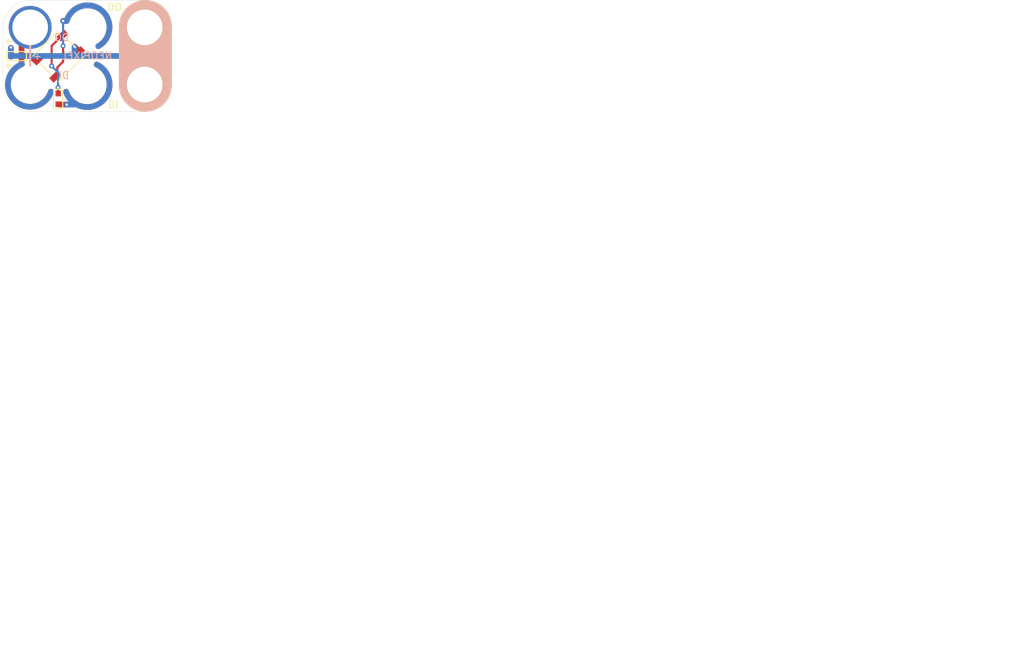
<source format=kicad_pcb>
(kicad_pcb (version 4) (host pcbnew 4.0.7-e2-6376~58~ubuntu16.04.1)

  (general
    (links 0)
    (no_connects 0)
    (area 0 0 0 0)
    (thickness 1.6)
    (drawings 1)
    (tracks 0)
    (zones 0)
    (modules 1)
    (nets 1)
  )

  (page USLetter)
  (title_block
    (title "2x3 LED RGB Neopixel Module")
    (date "14 May 2018")
    (rev "v1.1")
    (company "All rights reserved.")
    (comment 1 "help@browndoggadgets.com")
    (comment 2 "http://browndoggadgets.com/")
    (comment 3 "Brown Dog Gadgets")
  )

  (layers
    (0 F.Cu signal)
    (31 B.Cu signal)
    (34 B.Paste user)
    (35 F.Paste user)
    (36 B.SilkS user)
    (37 F.SilkS user)
    (38 B.Mask user)
    (39 F.Mask user)
    (40 Dwgs.User user)
    (44 Edge.Cuts user)
    (46 B.CrtYd user)
    (47 F.CrtYd user)
    (48 B.Fab user)
    (49 F.Fab user)
  )

  (setup
    (last_trace_width 0.254)
    (user_trace_width 0.1524)
    (user_trace_width 0.254)
    (user_trace_width 0.3302)
    (user_trace_width 0.508)
    (user_trace_width 0.762)
    (user_trace_width 1.27)
    (trace_clearance 0.254)
    (zone_clearance 0.508)
    (zone_45_only no)
    (trace_min 0.1524)
    (segment_width 0.1524)
    (edge_width 0.1524)
    (via_size 0.6858)
    (via_drill 0.3302)
    (via_min_size 0.6858)
    (via_min_drill 0.3302)
    (user_via 0.6858 0.3302)
    (user_via 0.762 0.4064)
    (user_via 0.8636 0.508)
    (uvia_size 0.6858)
    (uvia_drill 0.3302)
    (uvias_allowed no)
    (uvia_min_size 0)
    (uvia_min_drill 0)
    (pcb_text_width 0.1524)
    (pcb_text_size 1.016 1.016)
    (mod_edge_width 0.1524)
    (mod_text_size 1.016 1.016)
    (mod_text_width 0.1524)
    (pad_size 1.524 1.524)
    (pad_drill 0.762)
    (pad_to_mask_clearance 0.0762)
    (solder_mask_min_width 0.1016)
    (pad_to_paste_clearance -0.0762)
    (aux_axis_origin 0 0)
    (visible_elements FFFEDF7D)
    (pcbplotparams
      (layerselection 0x310fc_80000001)
      (usegerberextensions true)
      (excludeedgelayer true)
      (linewidth 0.100000)
      (plotframeref false)
      (viasonmask false)
      (mode 1)
      (useauxorigin false)
      (hpglpennumber 1)
      (hpglpenspeed 20)
      (hpglpendiameter 15)
      (hpglpenoverlay 2)
      (psnegative false)
      (psa4output false)
      (plotreference true)
      (plotvalue true)
      (plotinvisibletext false)
      (padsonsilk false)
      (subtractmaskfromsilk false)
      (outputformat 1)
      (mirror false)
      (drillshape 0)
      (scaleselection 1)
      (outputdirectory gerbers))
  )

  (net 0 "")

  (net_class Default "This is the default net class."
    (clearance 0.254)
    (trace_width 0.254)
    (via_dia 0.6858)
    (via_drill 0.3302)
    (uvia_dia 0.6858)
    (uvia_drill 0.3302)
  )

  (module Crazy_Circuits:LED-RGB-5050-NEOPIXEL-ROTATED-2x3 (layer F.Cu) (tedit 5AF9B113) (tstamp 5AFAF39E)
    (at 3.707954 38.055584)
    (descr "2.54mm pitch through hole centered 2x2")
    (path /57C8DCCA)
    (fp_text reference LED1 (at 3.967678 -4.063388 45) (layer F.Fab)
      (effects (font (size 1 1) (thickness 0.15)))
    )
    (fp_text value WS2812B (at 5.7 -12.8) (layer F.Fab) hide
      (effects (font (size 1 1) (thickness 0.15)))
    )
    (fp_line (start 4.3 -6.7) (end 3 -5.4) (layer F.Cu) (width 0.3))
    (fp_line (start -0.1 -3.6) (end 0.2 -3.9) (layer F.Fab) (width 0.15))
    (fp_line (start 3.7 0.1) (end -0.1 -3.6) (layer F.Fab) (width 0.15))
    (fp_line (start 7.3 -3.5) (end 3.7 0.1) (layer F.Fab) (width 0.15))
    (fp_line (start 7.3 -5) (end 7.3 -3.5) (layer F.Fab) (width 0.15))
    (fp_line (start 4.3 -8) (end 7.3 -5) (layer F.Fab) (width 0.15))
    (fp_line (start 0.2 -3.9) (end 4.3 -8) (layer F.Fab) (width 0.15))
    (fp_text user C1 (at -1.8 -3.95) (layer F.Fab)
      (effects (font (size 1 1) (thickness 0.15)))
    )
    (fp_text user DI (at 11.6 2.8) (layer F.SilkS)
      (effects (font (size 1 1) (thickness 0.15)))
    )
    (fp_text user Mark (at 8.6 0.75 180) (layer F.Fab)
      (effects (font (size 1 1) (thickness 0.15)))
    )
    (fp_text user Polarity (at 8.6 -0.8 180) (layer F.Fab)
      (effects (font (size 1 1) (thickness 0.15)))
    )
    (fp_text user 1 (at 1.3 -3.7) (layer F.Fab)
      (effects (font (size 1 1) (thickness 0.15)))
    )
    (fp_line (start 15.9 -11.8) (end 0.1 -11.8) (layer Edge.Cuts) (width 0.04064))
    (fp_line (start 15.9 3.8) (end 0.1 3.8) (layer Edge.Cuts) (width 0.04064))
    (fp_line (start 19.8 -0.1) (end 19.8 -7.9) (layer Edge.Cuts) (width 0.04064))
    (fp_line (start -3.8 -0.1) (end -3.8 -7.9) (layer Edge.Cuts) (width 0.04064))
    (fp_arc (start 15.9 -7.9) (end 15.9 -11.8) (angle 90) (layer Edge.Cuts) (width 0.04064))
    (fp_arc (start 15.9 -0.1) (end 19.8 -0.1) (angle 90) (layer Edge.Cuts) (width 0.04064))
    (fp_arc (start 0.1 -0.1) (end 0.1 3.8) (angle 90) (layer Edge.Cuts) (width 0.04064))
    (fp_arc (start 0.1 -7.9) (end -3.8 -7.9) (angle 90) (layer Edge.Cuts) (width 0.04064))
    (fp_line (start 16 -11.8) (end 0.1 -11.8) (layer F.Fab) (width 0.04064))
    (fp_line (start 16 3.8) (end 0.1 3.8) (layer F.Fab) (width 0.04064))
    (fp_line (start 19.8 -0.1) (end 19.8 -7.9) (layer F.Fab) (width 0.04064))
    (fp_line (start -3.8 -0.1) (end -3.8 -7.9) (layer F.Fab) (width 0.04064))
    (fp_arc (start 15.9 -7.9) (end 15.9 -11.8) (angle 90) (layer F.Fab) (width 0.04064))
    (fp_arc (start 15.9 -0.1) (end 19.8 -0.1) (angle 90) (layer F.Fab) (width 0.04064))
    (fp_arc (start 0.1 -0.1) (end 0.1 3.8) (angle 90) (layer F.Fab) (width 0.04064))
    (fp_arc (start 0.1 -7.9) (end -3.8 -7.9) (angle 90) (layer F.Fab) (width 0.04064))
    (fp_line (start -0.528 -3.34) (end -0.528 -4.61) (layer F.SilkS) (width 0.1524))
    (fp_line (start -3.2585 -3.34) (end -3.2585 -4.61) (layer F.SilkS) (width 0.1524))
    (fp_text user NEOPIXEL (at 7.9 -4.019584 180) (layer B.SilkS)
      (effects (font (size 1 1) (thickness 0.15)) (justify mirror))
    )
    (fp_line (start -0.475 -3.225) (end -3.375 -3.225) (layer F.Fab) (width 0.05))
    (fp_line (start -0.475 -4.725) (end -3.375 -4.725) (layer F.CrtYd) (width 0.05))
    (fp_line (start -0.475 -3.225) (end -0.475 -4.725) (layer F.CrtYd) (width 0.05))
    (fp_line (start -3.375 -3.225) (end -3.375 -4.725) (layer F.CrtYd) (width 0.05))
    (fp_line (start -0.528 -3.34) (end -3.2585 -3.34) (layer F.SilkS) (width 0.15))
    (fp_line (start -3.2585 -4.61) (end -0.528 -4.61) (layer F.SilkS) (width 0.15))
    (fp_line (start -0.475 -3.225) (end -3.375 -3.225) (layer F.CrtYd) (width 0.05))
    (fp_line (start -0.475 -3.225) (end -0.475 -4.725) (layer F.Fab) (width 0.05))
    (fp_line (start -3.375 -3.225) (end -3.375 -4.725) (layer F.Fab) (width 0.05))
    (fp_line (start -0.475 -4.725) (end -3.375 -4.725) (layer F.Fab) (width 0.05))
    (fp_text user %R (at 6.4 -12.8) (layer F.SilkS) hide
      (effects (font (size 1 1) (thickness 0.15)))
    )
    (fp_line (start 6.374669 -5.142433) (end 5.117433 -6.399669) (layer F.SilkS) (width 0.1524))
    (fp_line (start 0.357898 -3.975) (end 3.860197 -7.4773) (layer F.SilkS) (width 0.1524))
    (fp_line (start 7.542102 -3.975) (end 3.95 -0.382898) (layer F.SilkS) (width 0.1524))
    (fp_line (start 2.782567 -1.550331) (end 1.525331 -2.807567) (layer F.SilkS) (width 0.1524))
    (fp_line (start 9.9 -1.7) (end 8 -3.6) (layer F.Fab) (width 0.1))
    (fp_line (start 16.1 -8.125) (end 16.1 0.1) (layer F.SilkS) (width 7.4))
    (fp_text user + (at -3.1 -6.1) (layer F.SilkS)
      (effects (font (size 1 1) (thickness 0.15)))
    )
    (fp_line (start 3.165584 0.550046) (end 4.665584 0.550046) (layer F.Fab) (width 0.05))
    (fp_line (start 3.165584 3.450046) (end 4.665584 3.450046) (layer F.Fab) (width 0.05))
    (fp_line (start 4.665584 3.450046) (end 4.665584 0.550046) (layer F.Fab) (width 0.05))
    (fp_line (start 3.280584 3.397046) (end 3.280584 0.666546) (layer F.SilkS) (width 0.15))
    (fp_line (start 3.280584 3.397046) (end 4.550584 3.397046) (layer F.SilkS) (width 0.1524))
    (fp_line (start 3.280584 0.666546) (end 4.550584 0.666546) (layer F.SilkS) (width 0.1524))
    (fp_line (start 4.550584 0.666546) (end 4.550584 3.397046) (layer F.SilkS) (width 0.15))
    (fp_line (start 4.665584 3.450046) (end 4.665584 0.550046) (layer F.CrtYd) (width 0.05))
    (fp_line (start 3.165584 3.450046) (end 4.665584 3.450046) (layer F.CrtYd) (width 0.05))
    (fp_line (start 3.165584 0.550046) (end 4.665584 0.550046) (layer F.CrtYd) (width 0.05))
    (fp_text user R1 (at 4.015584 2.000046 90) (layer F.Fab)
      (effects (font (size 1 1) (thickness 0.15)))
    )
    (fp_line (start 3.165584 3.450046) (end 3.165584 0.550046) (layer F.Fab) (width 0.05))
    (fp_line (start 3.165584 3.450046) (end 3.165584 0.550046) (layer F.CrtYd) (width 0.05))
    (fp_arc (start 7.975 0.025) (end 9.3 -2.8) (angle 226.7266035) (layer F.Mask) (width 0.8))
    (fp_arc (start 7.975 0.025) (end 9.3 -2.8) (angle 226.7266035) (layer F.Cu) (width 0.8))
    (fp_arc (start 7.975 0.025) (end 9.3 -2.8) (angle 226.7266035) (layer B.Mask) (width 0.8))
    (fp_arc (start 7.975 0.025) (end 9.3 -2.8) (angle 226.7266035) (layer B.Cu) (width 0.8))
    (fp_line (start -1.2 -4) (end -0.1 -4) (layer F.Cu) (width 0.8))
    (fp_line (start 0.8 -3.3) (end 0 -4) (layer F.Cu) (width 0.8))
    (fp_line (start 3.9 -1.7) (end 3.9 0.4) (layer B.Cu) (width 0.3))
    (fp_line (start 3.9 1.3) (end 3.9 0.4) (layer F.Cu) (width 0.3))
    (fp_line (start 3.8 -2.4) (end 3.8 -1.5) (layer F.Cu) (width 0.3))
    (fp_line (start 3.8 -2.4) (end 4.6 -3.2) (layer F.Cu) (width 0.3))
    (fp_line (start 4.6 -5.4) (end 4.6 -8.9) (layer B.Cu) (width 0.3))
    (fp_line (start 4.6 -8.9) (end 5.1 -8.9) (layer F.Cu) (width 0.8))
    (fp_line (start 4.6 -8.9) (end 5.1 -8.9) (layer B.Cu) (width 0.8))
    (fp_line (start -2.7 -3.9) (end -2.7 -5.1) (layer F.Cu) (width 0.8))
    (fp_line (start 3.9 -1.7) (end 3 -2.6) (layer B.Cu) (width 0.3))
    (fp_line (start 4.6 -3.2) (end 4.6 -5.4) (layer F.Cu) (width 0.3))
    (fp_line (start 3 -2.6) (end 3 -5.4) (layer F.Cu) (width 0.3))
    (fp_line (start 16.1 -4) (end -2.7 -4) (layer B.Cu) (width 0.8))
    (fp_text user DO (at 4.4 -6.6) (layer B.SilkS)
      (effects (font (size 1 1) (thickness 0.15)) (justify mirror))
    )
    (fp_line (start -2.7 -3.9) (end -2.7 -5.1) (layer B.Cu) (width 0.8))
    (fp_arc (start 8.025 -8.025) (end 5.1 -8.9) (angle 224.013903) (layer F.Mask) (width 0.8))
    (fp_arc (start 8.025 -8.025) (end 5.1 -8.9) (angle 224.0093824) (layer F.Cu) (width 0.8))
    (fp_arc (start 8.025 -8.025) (end 5.1 -8.9) (angle 224.0093405) (layer B.Mask) (width 0.8))
    (fp_arc (start 8.025 -8.025) (end 5.1 -8.9) (angle 224.009408) (layer B.Cu) (width 0.8))
    (fp_line (start 4.1 2.8) (end 6.5 2.8) (layer F.Cu) (width 0.8))
    (fp_line (start 5.1 2.8) (end 6.5 2.8) (layer B.Cu) (width 0.8))
    (fp_arc (start -0.025 0.025) (end 2.9 1) (angle 230.0360138) (layer F.Mask) (width 0.8))
    (fp_arc (start -0.025 0.025) (end 2.9 1) (angle 230.0360311) (layer F.Cu) (width 0.8))
    (fp_arc (start -0.025 0.025) (end 2.9 1) (angle 228.9812189) (layer B.Mask) (width 0.8))
    (fp_arc (start -0.025 0.025) (end 2.9 1) (angle 230.0360311) (layer B.Cu) (width 0.8))
    (fp_text user + (at -3.1 -2.7) (layer F.SilkS)
      (effects (font (size 1 1) (thickness 0.15)))
    )
    (fp_line (start 16.1 -8.125) (end 16.1 0.1) (layer B.SilkS) (width 7.4))
    (fp_line (start 16.1 -0.1) (end 16.1 -8.2) (layer B.Cu) (width 0.8))
    (fp_line (start -1.2 -2.9) (end -1.2 -6.6) (layer F.Cu) (width 0.8))
    (fp_line (start 6.9 -4.6) (end 6.2 -5.3) (layer F.Cu) (width 0.8))
    (fp_text user DO (at 11.8 -10.8) (layer F.SilkS)
      (effects (font (size 1 1) (thickness 0.15)))
    )
    (fp_text user DI (at 4.7 -1.3) (layer B.SilkS)
      (effects (font (size 1 1) (thickness 0.15)) (justify mirror))
    )
    (fp_line (start 6.2 -4) (end 6.2 -5.2) (layer B.Cu) (width 0.8))
    (fp_text user + (at 1 -4) (layer B.SilkS)
      (effects (font (size 1 1) (thickness 0.15)) (justify mirror))
    )
    (fp_line (start 0 -2.1) (end 0 -5.6) (layer B.SilkS) (width 0.3))
    (pad "" np_thru_hole circle (at 8 0) (size 4.98 4.98) (drill 4.98) (layers *.Cu))
    (pad VCC thru_hole circle (at 0 -8) (size 6 6) (drill 4.98) (layers *.Cu *.Mask))
    (pad "" np_thru_hole circle (at 0 0) (size 4.98 4.98) (drill 4.98) (layers *.Cu))
    (pad VCC smd rect (at -1.175 -3.975 180) (size 0.8 0.75) (layers F.Cu F.Paste F.Mask))
    (pad GND smd rect (at -2.675 -3.975 180) (size 0.8 0.75) (layers F.Cu F.Paste F.Mask))
    (pad VCC smd rect (at 1.1 -3.5 225) (size 1.4986 0.889) (layers F.Cu F.Paste F.Mask))
    (pad DOUT smd rect (at 3.5 -1.1 225) (size 1.4986 0.889) (layers F.Cu F.Paste F.Mask))
    (pad GND smd rect (at 6.841642 -4.531776 225) (size 1.4986 0.889) (layers F.Cu F.Paste F.Mask))
    (pad DIN smd rect (at 4.506776 -6.866642 225) (size 1.4986 0.889) (layers F.Cu F.Paste F.Mask))
    (pad DIN2 smd rect (at 3.915584 2.750046 90) (size 0.8 0.75) (layers F.Cu F.Paste F.Mask))
    (pad DIN smd rect (at 3.915584 1.250046 90) (size 0.8 0.75) (layers F.Cu F.Paste F.Mask))
    (pad "" np_thru_hole circle (at 8 -8) (size 4.98 4.98) (drill 4.98) (layers *.Cu))
    (pad DIN thru_hole circle (at 3 -2.6) (size 0.6858 0.6858) (drill 0.3302) (layers *.Cu))
    (pad DIN thru_hole circle (at 3.9 0.4 270) (size 0.6858 0.6858) (drill 0.3302) (layers *.Cu))
    (pad DOUT thru_hole circle (at 4.6 -5.4) (size 0.6858 0.6858) (drill 0.3302) (layers *.Cu))
    (pad DOUT thru_hole circle (at 4.6 -8.9) (size 0.6858 0.6858) (drill 0.3302) (layers *.Cu))
    (pad GND thru_hole circle (at -2.7 -5.2) (size 0.6858 0.6858) (drill 0.3302) (layers *.Cu))
    (pad GND thru_hole circle (at 16 0) (size 6 6) (drill 4.98) (layers *.Cu *.Mask))
    (pad GND thru_hole circle (at 16 -8) (size 6 6) (drill 4.98) (layers *.Cu *.Mask))
    (pad DIN2 thru_hole circle (at 5.1 2.8 270) (size 0.6858 0.6858) (drill 0.3302) (layers *.Cu))
    (pad GND thru_hole circle (at 6.2 -5.3) (size 0.6858 0.6858) (drill 0.3302) (layers *.Cu))
  )

  (gr_text "FABRICATION NOTES\n\n1. THIS IS A 2 LAYER BOARD. \n2. EXTERNAL LAYERS SHALL HAVE 1 OZ COPPER.\n3. MATERIAL: FR4 AND 0.062 INCH +/- 10% THICK.\n4. BOARDS SHALL BE ROHS COMPLIANT. \n5. MANUFACTURE IN ACCORDANCE WITH IPC-6012 CLASS 2\n6. MASK: BOTH SIDES OF THE BOARD SHALL HAVE \n   SOLDER MASK (BLACK) OVER BARE COPPER. \n7. SILK: BOTH SIDES OF THE BOARD SHALL HAVE \n   WHITE SILKSCREEN. DO NOT PLACE SILK OVER BARE COPPER.\n8. FINISH: ENIG.\n9. MINIMUM TRACE WIDTH - 0.006 INCH.\n   MINIMUM SPACE - 0.006 INCH.\n   MINIMUM HOLE DIA - 0.013 INCH. \n10. MAX HOLE PLACEMENT TOLERANCE OF +/- 0.003 INCH.\n11. MAX HOLE DIAMETER TOLERANCE OF +/- 0.003 INCH AFTER PLATING." (at -0.508 83.058) (layer Dwgs.User)
    (effects (font (size 2.54 2.54) (thickness 0.254)) (justify left))
  )

)

</source>
